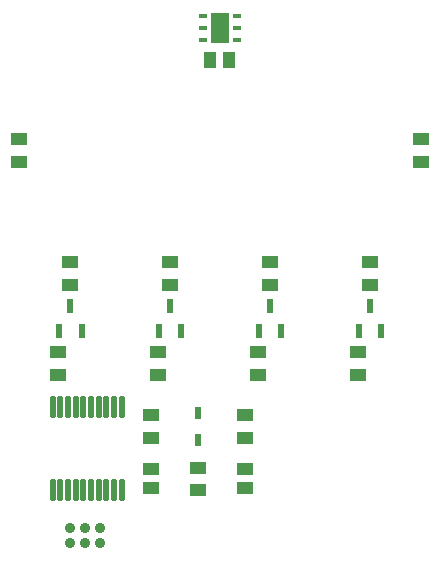
<source format=gbr>
%TF.GenerationSoftware,KiCad,Pcbnew,7.0.1*%
%TF.CreationDate,2023-04-20T20:08:01+02:00*%
%TF.ProjectId,RHT device,52485420-6465-4766-9963-652e6b696361,rev?*%
%TF.SameCoordinates,Original*%
%TF.FileFunction,Paste,Top*%
%TF.FilePolarity,Positive*%
%FSLAX46Y46*%
G04 Gerber Fmt 4.6, Leading zero omitted, Abs format (unit mm)*
G04 Created by KiCad (PCBNEW 7.0.1) date 2023-04-20 20:08:01*
%MOMM*%
%LPD*%
G01*
G04 APERTURE LIST*
G04 Aperture macros list*
%AMRoundRect*
0 Rectangle with rounded corners*
0 $1 Rounding radius*
0 $2 $3 $4 $5 $6 $7 $8 $9 X,Y pos of 4 corners*
0 Add a 4 corners polygon primitive as box body*
4,1,4,$2,$3,$4,$5,$6,$7,$8,$9,$2,$3,0*
0 Add four circle primitives for the rounded corners*
1,1,$1+$1,$2,$3*
1,1,$1+$1,$4,$5*
1,1,$1+$1,$6,$7*
1,1,$1+$1,$8,$9*
0 Add four rect primitives between the rounded corners*
20,1,$1+$1,$2,$3,$4,$5,0*
20,1,$1+$1,$4,$5,$6,$7,0*
20,1,$1+$1,$6,$7,$8,$9,0*
20,1,$1+$1,$8,$9,$2,$3,0*%
G04 Aperture macros list end*
%ADD10R,1.470000X1.020000*%
%ADD11RoundRect,0.125000X-0.125000X0.825000X-0.125000X-0.825000X0.125000X-0.825000X0.125000X0.825000X0*%
%ADD12R,0.600000X1.250000*%
%ADD13R,1.450000X1.000000*%
%ADD14R,0.500000X1.075000*%
%ADD15C,0.889000*%
%ADD16R,1.020000X1.470000*%
%ADD17R,0.800000X0.450000*%
%ADD18R,1.600000X2.500000*%
G04 APERTURE END LIST*
D10*
%TO.C,C1*%
X114930000Y-64043668D03*
X114930000Y-65643668D03*
%TD*%
%TO.C,C3*%
X122882000Y-65643668D03*
X122882000Y-64043668D03*
%TD*%
D11*
%TO.C,IC1*%
X112451000Y-58786000D03*
X111801000Y-58786000D03*
X111151000Y-58786000D03*
X110501000Y-58786000D03*
X109851000Y-58786000D03*
X109201000Y-58786000D03*
X108551000Y-58786000D03*
X107901000Y-58786000D03*
X107251000Y-58786000D03*
X106601000Y-58786000D03*
X106601000Y-65786000D03*
X107251000Y-65786000D03*
X107901000Y-65786000D03*
X108551000Y-65786000D03*
X109201000Y-65786000D03*
X109851000Y-65786000D03*
X110501000Y-65786000D03*
X111151000Y-65786000D03*
X111801000Y-65786000D03*
X112451000Y-65786000D03*
%TD*%
D12*
%TO.C,Q1*%
X107133000Y-52314000D03*
X109043000Y-52314000D03*
X108088000Y-50214000D03*
%TD*%
%TO.C,Q2*%
X115594333Y-52314000D03*
X117504333Y-52314000D03*
X116549333Y-50214000D03*
%TD*%
%TO.C,Q3*%
X124055666Y-52314000D03*
X125965666Y-52314000D03*
X125010666Y-50214000D03*
%TD*%
%TO.C,Q4*%
X132517000Y-52314000D03*
X134427000Y-52314000D03*
X133472000Y-50214000D03*
%TD*%
D13*
%TO.C,R2*%
X107072000Y-56024000D03*
X107072000Y-54124000D03*
%TD*%
%TO.C,R1*%
X114890000Y-61348000D03*
X114890000Y-59448000D03*
%TD*%
%TO.C,R3*%
X108088000Y-48404000D03*
X108088000Y-46504000D03*
%TD*%
%TO.C,R4*%
X115533333Y-56024000D03*
X115533333Y-54124000D03*
%TD*%
%TO.C,R5*%
X116549333Y-48404000D03*
X116549333Y-46504000D03*
%TD*%
%TO.C,R6*%
X123994666Y-56024000D03*
X123994666Y-54124000D03*
%TD*%
%TO.C,R7*%
X125010666Y-48404000D03*
X125010666Y-46504000D03*
%TD*%
%TO.C,R8*%
X132456000Y-56024000D03*
X132456000Y-54124000D03*
%TD*%
%TO.C,R9*%
X133472000Y-48404000D03*
X133472000Y-46504000D03*
%TD*%
%TO.C,R12*%
X118906000Y-65793668D03*
X118906000Y-63893668D03*
%TD*%
%TO.C,R13*%
X122842000Y-59448000D03*
X122842000Y-61348000D03*
%TD*%
D14*
%TO.C,D1*%
X118866000Y-59236000D03*
X118866000Y-61560000D03*
%TD*%
D15*
%TO.C,J1*%
X110630000Y-69030000D03*
X110630000Y-70300000D03*
X109360000Y-69030000D03*
X109360000Y-70300000D03*
X108090000Y-69030000D03*
X108090000Y-70300000D03*
%TD*%
D16*
%TO.C,C2*%
X121550000Y-29360000D03*
X119950000Y-29360000D03*
%TD*%
D13*
%TO.C,R10*%
X103750000Y-36080000D03*
X103750000Y-37980000D03*
%TD*%
%TO.C,R11*%
X137750000Y-37980000D03*
X137750000Y-36080000D03*
%TD*%
D17*
%TO.C,IC2*%
X122200000Y-27650000D03*
X122200000Y-26650000D03*
X122200000Y-25650000D03*
X119300000Y-25650000D03*
X119300000Y-26650000D03*
X119300000Y-27650000D03*
D18*
X120750000Y-26650000D03*
%TD*%
M02*

</source>
